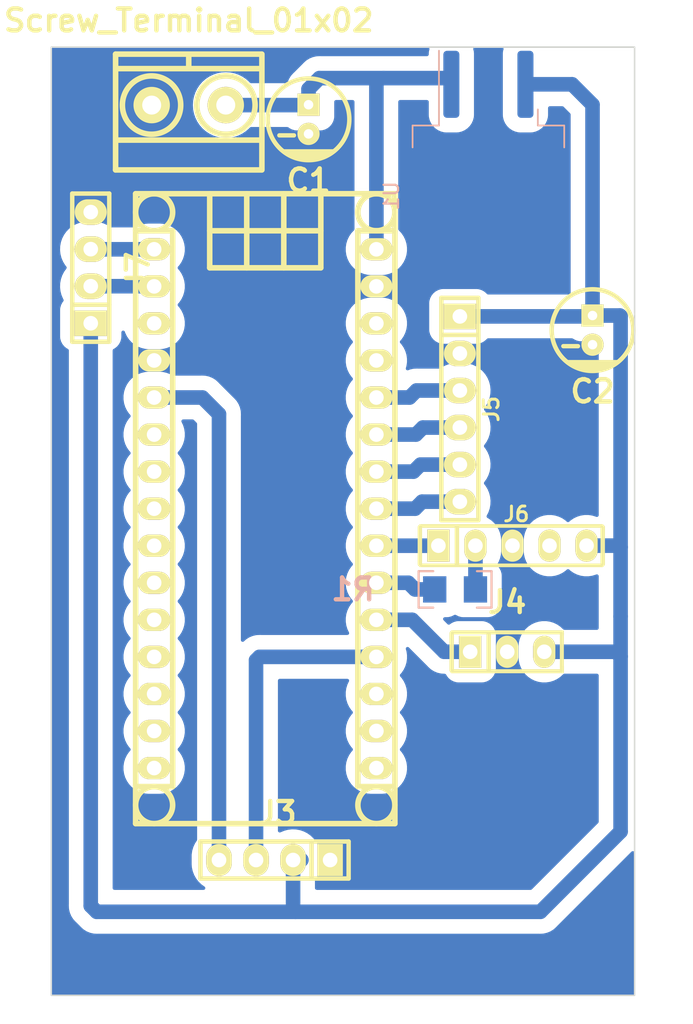
<source format=kicad_pcb>
(kicad_pcb (version 20221018) (generator pcbnew)
  (layers (0 "F.Cu" signal) (31 "B.Cu" signal) (34 "B.Paste" user) (35 "F.Paste" user) (36 "B.SilkS" user "B.Silkscreen") (37 "F.SilkS" user "F.Silkscreen") (38 "B.Mask" user) (39 "F.Mask" user) (44 "Edge.Cuts" user))
  (net 0 "")
  (net 1 "/TX_A")
  (net 2 "/RX_A")
  (net 4 "/DIGITAL")
  (net 11 "GND")
  (net 16 "/ANALOG")
  (net 17 "/SDA")
  (net 18 "/SCL")
  (net 19 "/CS")
  (net 20 "/MISO")
  (net 21 "/5V")
  (net 23 "unconnected-(J1-D10{slash}SS-Pad13)")
  (net 24 "unconnected-(J1-D11{slash}MOSI-Pad14)")
  (net 26 "/SAL_STEP")
  (net 28 "/ANEMO")
  (net 29 "/OUT")
  (net 30 "/EN")
  (net 31 "/3.3V")
  (net 32 "Net-(J6-Pin_2)")
  (footprint "EESTN5:Pin_Header_3" (layer "F.Cu") (at 62.25 64.45)
    (fp_text reference "J4" (at 0 -3.4) (layer "F.SilkS") (effects (font (size 1.5 1.5) (thickness 0.3))))
    (fp_text value "CONN_01X03" hide)
    (fp_line (start -3.81 -1.397) (end 3.81 -1.397) (stroke (width 0.15)) (layer "F.SilkS"))
    (fp_line (start -3.81 1.27) (end -3.81 -1.27) (stroke (width 0.3048)) (layer "F.SilkS"))
    (fp_line (start -1.27 -1.27) (end -1.27 1.27) (stroke (width 0.3048)) (layer "F.SilkS"))
    (fp_line (start 3.683 1.27) (end 3.683 -1.27) (stroke (width 0.15)) (layer "F.SilkS"))
    (fp_line (start 3.81 -1.397) (end 3.81 -1.143) (stroke (width 0.15)) (layer "F.SilkS"))
    (fp_line (start 3.81 -1.27) (end -3.81 -1.27) (stroke (width 0.15)) (layer "F.SilkS"))
    (fp_line (start 3.81 -1.27) (end 3.81 1.27) (stroke (width 0.15)) (layer "F.SilkS"))
    (fp_line (start 3.81 1.016) (end 3.81 1.397) (stroke (width 0.15)) (layer "F.SilkS"))
    (fp_line (start 3.81 1.27) (end -3.81 1.27) (stroke (width 0.15)) (layer "F.SilkS"))
    (fp_line (start 3.81 1.397) (end -3.81 1.397) (stroke (width 0.15)) (layer "F.SilkS"))
    (pad "1" thru_hole rect (at -2.54 0) (size 1.524 2.19964) (drill 1.00076) (layers "*.Cu" "*.Mask" "F.SilkS") (net 28 "/ANEMO"))
    (pad "2" thru_hole oval (at 0 0) (size 1.524 2.19964) (drill 1.00076) (layers "*.Cu" "*.Mask" "F.SilkS") (net 11 "GND"))
    (pad "3" thru_hole oval (at 2.54 0) (size 1.524 2.19964) (drill 1.00076) (layers "*.Cu" "*.Mask" "F.SilkS") (net 21 "/5V"))
  )
  (footprint "EESTN5:CAP_ELEC_5x11mm" (layer "F.Cu") (at 48.625 27.95 180)
    (fp_text reference "C1" (at 0 -4.2) (layer "F.SilkS") (effects (font (size 1.524 1.524) (thickness 0.3048))))
    (fp_text value "CAPAPOL" hide)
    (fp_line (start -1.7 -2.2) (end 1.7 -2.2) (stroke (width 0.3048)) (layer "F.SilkS"))
    (fp_line (start -1.3 -2.4) (end 1.3 -2.4) (stroke (width 0.3048)) (layer "F.SilkS"))
    (fp_line (start -0.8 -2.6) (end 0.8 -2.6) (stroke (width 0.3048)) (layer "F.SilkS"))
    (fp_line (start 1 -1.1) (end 2 -1.1) (stroke (width 0.3)) (layer "F.SilkS"))
    (fp_circle (center 0 0) (end 2.8 0) (stroke (width 0.3048)) (fill none) (layer "F.SilkS"))
    (pad "1" thru_hole rect (at 0 1 180) (size 1.524 1.524) (drill 0.65) (layers "*.Cu" "*.Mask" "F.SilkS") (net 26 "/SAL_STEP"))
    (pad "2" thru_hole circle (at 0 -1 180) (size 1.524 1.524) (drill 0.65) (layers "*.Cu" "*.Mask" "F.SilkS") (net 11 "GND"))
  )
  (footprint "EESTN5:arduino_nano_header" (layer "F.Cu") (at 45.6575 54.64 -90)
    (fp_text reference "J1" hide)
    (fp_text value "Arduino_Nano_Header" hide)
    (fp_line (start -21.59 -3.81) (end -16.51 -3.81) (stroke (width 0.381)) (layer "F.SilkS"))
    (fp_line (start -21.59 8.89) (end -21.59 -8.89) (stroke (width 0.381)) (layer "F.SilkS"))
    (fp_line (start -21.59 8.89) (end 21.59 8.89) (stroke (width 0.381)) (layer "F.SilkS"))
    (fp_line (start -19.05 -8.89) (end -19.05 -6.35) (stroke (width 0.381)) (layer "F.SilkS"))
    (fp_line (start -19.05 -3.81) (end -19.05 3.81) (stroke (width 0.381)) (layer "F.SilkS"))
    (fp_line (start -19.05 6.35) (end 19.05 6.35) (stroke (width 0.381)) (layer "F.SilkS"))
    (fp_line (start -19.05 8.89) (end -19.05 6.35) (stroke (width 0.381)) (layer "F.SilkS"))
    (fp_line (start -16.51 -3.81) (end -16.51 3.81) (stroke (width 0.381)) (layer "F.SilkS"))
    (fp_line (start -16.51 -1.27) (end -21.59 -1.27) (stroke (width 0.381)) (layer "F.SilkS"))
    (fp_line (start -16.51 1.27) (end -21.59 1.27) (stroke (width 0.381)) (layer "F.SilkS"))
    (fp_line (start -16.51 3.81) (end -21.59 3.81) (stroke (width 0.381)) (layer "F.SilkS"))
    (fp_line (start 19.05 -6.35) (end -19.05 -6.35) (stroke (width 0.381)) (layer "F.SilkS"))
    (fp_line (start 19.05 -6.35) (end 19.05 -8.89) (stroke (width 0.381)) (layer "F.SilkS"))
    (fp_line (start 19.05 8.89) (end 19.05 6.35) (stroke (width 0.381)) (layer "F.SilkS"))
    (fp_line (start 21.59 -8.89) (end -21.59 -8.89) (stroke (width 0.381)) (layer "F.SilkS"))
    (fp_line (start 21.59 8.89) (end 21.59 -8.89) (stroke (width 0.381)) (layer "F.SilkS"))
    (fp_circle (center -20.32 -7.62) (end -21.59 -7.62) (stroke (width 0.381)) (fill none) (layer "F.SilkS"))
    (fp_circle (center -20.32 7.62) (end -21.59 7.62) (stroke (width 0.381)) (fill none) (layer "F.SilkS"))
    (fp_circle (center 20.32 -7.62) (end 21.59 -7.62) (stroke (width 0.381)) (fill none) (layer "F.SilkS"))
    (fp_circle (center 20.32 7.62) (end 21.59 7.62) (stroke (width 0.381)) (fill none) (layer "F.SilkS"))
    (pad "1" thru_hole oval (at -17.78 7.62 270) (size 1.524 2.19964) (drill 1.00076) (layers "*.Cu" "*.Mask" "F.SilkS") (net 1 "/TX_A"))
    (pad "2" thru_hole oval (at -15.24 7.62 270) (size 1.524 2.19964) (drill 1.00076) (layers "*.Cu" "*.Mask" "F.SilkS") (net 2 "/RX_A"))
    (pad "3" thru_hole oval (at -12.7 7.62 270) (size 1.524 2.19964) (drill 1.00076) (layers "*.Cu" "*.Mask" "F.SilkS"))
    (pad "4" thru_hole oval (at -10.16 7.62 270) (size 1.524 2.19964) (drill 1.00076) (layers "*.Cu" "*.Mask" "F.SilkS") (net 11 "GND"))
    (pad "5" thru_hole oval (at -7.62 7.62 270) (size 1.524 2.19964) (drill 1.00076) (layers "*.Cu" "*.Mask" "F.SilkS") (net 4 "/DIGITAL"))
    (pad "6" thru_hole oval (at -5.08 7.62 270) (size 1.524 2.19964) (drill 1.00076) (layers "*.Cu" "*.Mask" "F.SilkS"))
    (pad "7" thru_hole oval (at -2.54 7.62 270) (size 1.524 2.19964) (drill 1.00076) (layers "*.Cu" "*.Mask" "F.SilkS"))
    (pad "8" thru_hole oval (at 0 7.62 270) (size 1.524 2.19964) (drill 1.00076) (layers "*.Cu" "*.Mask" "F.SilkS"))
    (pad "9" thru_hole oval (at 2.54 7.62 270) (size 1.524 2.19964) (drill 1.00076) (layers "*.Cu" "*.Mask" "F.SilkS"))
    (pad "10" thru_hole oval (at 5.08 7.62 270) (size 1.524 2.19964) (drill 1.00076) (layers "*.Cu" "*.Mask" "F.SilkS"))
    (pad "11" thru_hole oval (at 7.62 7.62 270) (size 1.524 2.19964) (drill 1.00076) (layers "*.Cu" "*.Mask" "F.SilkS"))
    (pad "12" thru_hole oval (at 10.16 7.62 270) (size 1.524 2.19964) (drill 1.00076) (layers "*.Cu" "*.Mask" "F.SilkS"))
    (pad "13" thru_hole oval (at 12.7 7.62 270) (size 1.524 2.19964) (drill 1.00076) (layers "*.Cu" "*.Mask" "F.SilkS") (net 23 "unconnected-(J1-D10{slash}SS-Pad13)"))
    (pad "14" thru_hole oval (at 15.24 7.62 270) (size 1.524 2.19964) (drill 1.00076) (layers "*.Cu" "*.Mask" "F.SilkS") (net 24 "unconnected-(J1-D11{slash}MOSI-Pad14)"))
    (pad "15" thru_hole oval (at 17.78 7.62 270) (size 1.524 2.19964) (drill 1.00076) (layers "*.Cu" "*.Mask" "F.SilkS"))
    (pad "16" thru_hole oval (at 17.78 -7.62 270) (size 1.524 2.19964) (drill 1.00076) (layers "*.Cu" "*.Mask" "F.SilkS"))
    (pad "17" thru_hole oval (at 15.24 -7.62 270) (size 1.524 2.19964) (drill 1.00076) (layers "*.Cu" "*.Mask" "F.SilkS"))
    (pad "18" thru_hole oval (at 12.7 -7.62 270) (size 1.524 2.19964) (drill 1.00076) (layers "*.Cu" "*.Mask" "F.SilkS"))
    (pad "19" thru_hole oval (at 10.16 -7.62 270) (size 1.524 2.19964) (drill 1.00076) (layers "*.Cu" "*.Mask" "F.SilkS") (net 16 "/ANALOG"))
    (pad "20" thru_hole oval (at 7.62 -7.62 270) (size 1.524 2.1971) (drill 1.00076) (layers "*.Cu" "*.Mask" "F.SilkS") (net 28 "/ANEMO"))
    (pad "21" thru_hole oval (at 5.08 -7.62 270) (size 1.524 2.1971) (drill 1.00076) (layers "*.Cu" "*.Mask" "F.SilkS") (net 29 "/OUT"))
    (pad "22" thru_hole oval (at 2.54 -7.62 270) (size 1.524 2.1971) (drill 1.00076) (layers "*.Cu" "*.Mask" "F.SilkS") (net 30 "/EN"))
    (pad "23" thru_hole oval (at 0 -7.62 270) (size 1.524 2.1971) (drill 1.00076) (layers "*.Cu" "*.Mask" "F.SilkS") (net 17 "/SDA"))
    (pad "24" thru_hole oval (at -2.54 -7.62 270) (size 1.524 2.1971) (drill 0.99822) (layers "*.Cu" "*.Mask" "F.SilkS") (net 18 "/SCL"))
    (pad "25" thru_hole oval (at -5.08 -7.62 270) (size 1.524 2.1971) (drill 0.99822) (layers "*.Cu" "*.Mask" "F.SilkS") (net 19 "/CS"))
    (pad "26" thru_hole oval (at -7.62 -7.62 270) (size 1.524 2.1971) (drill 0.99822) (layers "*.Cu" "*.Mask" "F.SilkS") (net 20 "/MISO"))
    (pad "27" thru_hole oval (at -10.16 -7.62 270) (size 1.524 2.1971) (drill 0.99822) (layers "*.Cu" "*.Mask" "F.SilkS"))
    (pad "28" thru_hole oval (at -12.7 -7.62 270) (size 1.524 2.1971) (drill 0.99822) (layers "*.Cu" "*.Mask" "F.SilkS"))
    (pad "29" thru_hole oval (at -15.24 -7.62 270) (size 1.524 2.1971) (drill 0.99822) (layers "*.Cu" "*.Mask" "F.SilkS") (net 11 "GND"))
    (pad "30" thru_hole oval (at -17.78 -7.62 270) (size 1.524 2.1971) (drill 0.99822) (layers "*.Cu" "*.Mask" "F.SilkS") (net 26 "/SAL_STEP"))
  )
  (footprint "EESTN5:pin_strip_6" (layer "F.Cu") (at 59.0025 47.81 -90)
    (fp_text reference "J5" (at 0 -2.159 90) (layer "F.SilkS") (effects (font (size 1.016 1.016) (thickness 0.2032))))
    (fp_text value "bme280" hide)
    (fp_line (start -7.62 -1.27) (end 7.62 -1.27) (stroke (width 0.3048)) (layer "F.SilkS"))
    (fp_line (start -7.62 1.27) (end -7.62 -1.27) (stroke (width 0.3048)) (layer "F.SilkS"))
    (fp_line (start -5.08 -1.27) (end -5.08 1.27) (stroke (width 0.3048)) (layer "F.SilkS"))
    (fp_line (start 7.62 -1.27) (end 7.62 1.27) (stroke (width 0.3048)) (layer "F.SilkS"))
    (fp_line (start 7.62 1.27) (end -7.62 1.27) (stroke (width 0.3048)) (layer "F.SilkS"))
    (pad "1" thru_hole rect (at -6.35 0 270) (size 1.75 2.19964) (drill 1.00076) (layers "*.Cu" "*.Mask" "F.SilkS") (net 21 "/5V"))
    (pad "2" thru_hole oval (at -3.81 0 270) (size 1.75 2.19964) (drill 1.00076) (layers "*.Cu" "*.Mask" "F.SilkS") (net 11 "GND"))
    (pad "3" thru_hole oval (at -1.27 0 270) (size 1.75 2.19964) (drill 1.00076) (layers "*.Cu" "*.Mask" "F.SilkS") (net 17 "/SDA"))
    (pad "4" thru_hole oval (at 1.27 0 270) (size 1.75 2.19964) (drill 1.00076) (layers "*.Cu" "*.Mask" "F.SilkS") (net 18 "/SCL"))
    (pad "5" thru_hole oval (at 3.81 0 270) (size 1.75 2.19964) (drill 1.00076) (layers "*.Cu" "*.Mask" "F.SilkS") (net 19 "/CS"))
    (pad "6" thru_hole oval (at 6.35 0 270) (size 1.75 2.19964) (drill 1.00076) (layers "*.Cu" "*.Mask" "F.SilkS") (net 20 "/MISO"))
  )
  (footprint "EESTN5:Pin_Header_5" (layer "F.Cu") (at 62.61 57.175)
    (fp_text reference "J6" (at 0.27 -2.159) (layer "F.SilkS") (effects (font (size 1.016 1.016) (thickness 0.2032))))
    (fp_text value "Conn_01x05" hide)
    (fp_line (start -6.35 1.27) (end -6.35 -1.27) (stroke (width 0.3048)) (layer "F.SilkS"))
    (fp_line (start -6.33 -1.4) (end 6.17 -1.4) (stroke (width 0.15)) (layer "F.SilkS"))
    (fp_line (start -3.81 -1.27) (end -3.81 1.27) (stroke (width 0.3048)) (layer "F.SilkS"))
    (fp_line (start 6.17 -1.3) (end -6.23 -1.3) (stroke (width 0.15)) (layer "F.SilkS"))
    (fp_line (start 6.17 1.3) (end -6.33 1.3) (stroke (width 0.15)) (layer "F.SilkS"))
    (fp_line (start 6.17 1.4) (end -6.33 1.4) (stroke (width 0.15)) (layer "F.SilkS"))
    (fp_line (start 6.19 -1.27) (end 6.19 1.27) (stroke (width 0.3048)) (layer "F.SilkS"))
    (pad "1" thru_hole rect (at -5.08 0) (size 1.524 2.19964) (drill 1.00076) (layers "*.Cu" "*.Mask" "F.SilkS") (net 30 "/EN"))
    (pad "2" thru_hole oval (at -2.54 0) (size 1.524 2.19964) (drill 1.00076) (layers "*.Cu" "*.Mask" "F.SilkS") (net 32 "Net-(J6-Pin_2)"))
    (pad "3" thru_hole oval (at 0 0) (size 1.524 2.19964) (drill 1.00076) (layers "*.Cu" "*.Mask" "F.SilkS") (net 11 "GND"))
    (pad "4" thru_hole oval (at 2.54 0) (size 1.524 2.19964) (drill 1.00076) (layers "*.Cu" "*.Mask" "F.SilkS") (net 31 "/3.3V"))
    (pad "5" thru_hole oval (at 5.08 0) (size 1.524 2.19964) (drill 1.00076) (layers "*.Cu" "*.Mask" "F.SilkS") (net 21 "/5V"))
  )
  (footprint "EESTN5:CAP_ELEC_5x11mm" (layer "F.Cu") (at 68.1 42.4 180)
    (fp_text reference "C2" (at 0 -4.2) (layer "F.SilkS") (effects (font (size 1.524 1.524) (thickness 0.3048))))
    (fp_text value "CAPAPOL" hide)
    (fp_line (start -1.7 -2.2) (end 1.7 -2.2) (stroke (width 0.3048)) (layer "F.SilkS"))
    (fp_line (start -1.3 -2.4) (end 1.3 -2.4) (stroke (width 0.3048)) (layer "F.SilkS"))
    (fp_line (start -0.8 -2.6) (end 0.8 -2.6) (stroke (width 0.3048)) (layer "F.SilkS"))
    (fp_line (start 1 -1.1) (end 2 -1.1) (stroke (width 0.3)) (layer "F.SilkS"))
    (fp_circle (center 0 0) (end 2.8 0) (stroke (width 0.3048)) (fill none) (layer "F.SilkS"))
    (pad "1" thru_hole rect (at 0 1 180) (size 1.524 1.524) (drill 0.65) (layers "*.Cu" "*.Mask" "F.SilkS") (net 21 "/5V"))
    (pad "2" thru_hole circle (at 0 -1 180) (size 1.524 1.524) (drill 0.65) (layers "*.Cu" "*.Mask" "F.SilkS") (net 11 "GND"))
  )
  (footprint "EESTN5:BORNERA2_AZUL" (layer "F.Cu") (at 40.41 26.975 180)
    (fp_text reference "J2" hide)
    (fp_text value "Screw_Terminal_01x02" (at 0 5.8) (layer "F.SilkS") (effects (font (size 1.5 1.5) (thickness 0.3))))
    (fp_line (start -5.0165 -4.445) (end -5.0165 3.4925) (stroke (width 0.381)) (layer "F.SilkS"))
    (fp_line (start -5 -2.4) (end 5 -2.4) (stroke (width 0.381)) (layer "F.SilkS"))
    (fp_line (start -5 2.5) (end 5 2.5) (stroke (width 0.381)) (layer "F.SilkS"))
    (fp_line (start -4.9835 3.4925) (end 5.0165 3.4925) (stroke (width 0.381)) (layer "F.SilkS"))
    (fp_line (start 0 2.54) (end 0 3.4845) (stroke (width 0.381)) (layer "F.SilkS"))
    (fp_line (start 5.0165 -4.445) (end -4.9835 -4.445) (stroke (width 0.381)) (layer "F.SilkS"))
    (fp_line (start 5.0165 3.4925) (end 5.0165 -4.445) (stroke (width 0.381)) (layer "F.SilkS"))
    (fp_circle (center -2.55 0) (end -0.55 0) (stroke (width 0.381)) (fill none) (layer "F.SilkS"))
    (fp_circle (center 2.55 0) (end 0.55 0) (stroke (width 0.381)) (fill none) (layer "F.SilkS"))
    (pad "1" thru_hole circle (at -2.54 0 180) (size 2.5 2.5) (drill 1.3) (layers "*.Cu" "*.Mask" "F.SilkS") (net 26 "/SAL_STEP"))
    (pad "2" thru_hole circle (at 2.54 0 180) (size 2.5 2.5) (drill 1.3) (layers "*.Cu" "*.Mask" "F.SilkS") (net 11 "GND"))
  )
  (footprint "EESTN5:pin_strip_4" (layer "F.Cu") (at 46.295 78.725 180)
    (fp_text reference "J3" (at -0.2032 3.2258) (layer "F.SilkS") (effects (font (size 1.5 1.5) (thickness 0.3))))
    (fp_text value "MQ2" hide)
    (fp_line (start -5.08 -1.27) (end 5.08 -1.27) (stroke (width 0.3048)) (layer "F.SilkS"))
    (fp_line (start -5.08 1.27) (end -5.08 -1.27) (stroke (width 0.3048)) (layer "F.SilkS"))
    (fp_line (start -2.54 -1.27) (end -2.54 1.27) (stroke (width 0.3048)) (layer "F.SilkS"))
    (fp_line (start 5.08 -1.27) (end 5.08 1.27) (stroke (width 0.3048)) (layer "F.SilkS"))
    (fp_line (start 5.08 1.27) (end -5.08 1.27) (stroke (width 0.3048)) (layer "F.SilkS"))
    (pad "1" thru_hole rect (at -3.81 0 180) (size 1.75 2.2) (drill 1.00076) (layers "*.Cu" "*.Mask" "F.SilkS") (net 11 "GND"))
    (pad "2" thru_hole oval (at -1.27 0 180) (size 1.75 2.2) (drill 1.00076) (layers "*.Cu" "*.Mask" "F.SilkS") (net 21 "/5V"))
    (pad "3" thru_hole oval (at 1.27 0 180) (size 1.75 2.2) (drill 1.00076) (layers "*.Cu" "*.Mask" "F.SilkS") (net 16 "/ANALOG"))
    (pad "4" thru_hole oval (at 3.81 0 180) (size 1.75 2.2) (drill 1.00076) (layers "*.Cu" "*.Mask" "F.SilkS") (net 4 "/DIGITAL"))
  )
  (footprint "EESTN5:pin_strip_4" (layer "F.Cu") (at 33.69 38.12 90)
    (fp_text reference "J7" (at -0.2032 3.2258 90) (layer "F.SilkS") (effects (font (size 1.5 1.5) (thickness 0.3))))
    (fp_text value "Conn_01x04" hide)
    (fp_line (start -5.08 -1.27) (end 5.08 -1.27) (stroke (width 0.3048)) (layer "F.SilkS"))
    (fp_line (start -5.08 1.27) (end -5.08 -1.27) (stroke (width 0.3048)) (layer "F.SilkS"))
    (fp_line (start -2.54 -1.27) (end -2.54 1.27) (stroke (width 0.3048)) (layer "F.SilkS"))
    (fp_line (start 5.08 -1.27) (end 5.08 1.27) (stroke (width 0.3048)) (layer "F.SilkS"))
    (fp_line (start 5.08 1.27) (end -5.08 1.27) (stroke (width 0.3048)) (layer "F.SilkS"))
    (pad "1" thru_hole rect (at -3.81 0 90) (size 1.75 2.2) (drill 1.00076) (layers "*.Cu" "*.Mask" "F.SilkS") (net 21 "/5V"))
    (pad "2" thru_hole oval (at -1.27 0 90) (size 1.75 2.2) (drill 1.00076) (layers "*.Cu" "*.Mask" "F.SilkS") (net 2 "/RX_A"))
    (pad "3" thru_hole oval (at 1.27 0 90) (size 1.75 2.2) (drill 1.00076) (layers "*.Cu" "*.Mask" "F.SilkS") (net 1 "/TX_A"))
    (pad "4" thru_hole oval (at 3.81 0 90) (size 1.75 2.2) (drill 1.00076) (layers "*.Cu" "*.Mask" "F.SilkS") (net 11 "GND"))
  )
  (footprint "Package_TO_SOT_SMD:TO-263-2" (layer "B.Cu") (at 60.96 33.2 -90)
    (fp_text reference "U1" (at 0 6.65 90) (layer "B.SilkS") (effects (justify mirror)))
    (fp_text value "L7805")
    (fp_line (start -4.825 -5.2) (end -4.825 -3.39) (stroke (width 0.12)) (layer "B.SilkS"))
    (fp_line (start -4.825 -3.39) (end -5.925 -3.39) (stroke (width 0.12)) (layer "B.SilkS"))
    (fp_line (start -4.825 3.39) (end -9.95 3.39) (stroke (width 0.12)) (layer "B.SilkS"))
    (fp_line (start -4.825 5.2) (end -4.825 3.39) (stroke (width 0.12)) (layer "B.SilkS"))
    (fp_line (start -3.325 -5.2) (end -4.825 -5.2) (stroke (width 0.12)) (layer "B.SilkS"))
    (fp_line (start -3.325 5.2) (end -4.825 5.2) (stroke (width 0.12)) (layer "B.SilkS"))
    (pad "1" smd roundrect (at -7.65 2.54 270) (size 4.6 1.1) (layers "B.Cu" "B.Paste" "B.Mask") (roundrect_rratio 0.2272727273) (net 26 "/SAL_STEP"))
    (pad "2" smd roundrect (at -0.925 -2.775 270) (size 4.55 5.25) (layers "B.Cu" "B.Paste") (roundrect_rratio 0.05494505495) (net 11 "GND"))
    (pad "2" smd roundrect (at -0.925 2.775 270) (size 4.55 5.25) (layers "B.Cu" "B.Paste") (roundrect_rratio 0.05494505495) (net 11 "GND"))
    (pad "2" smd roundrect (at 1.5 0 270) (size 9.4 10.8) (layers "B.Cu" "B.Mask") (roundrect_rratio 0.02659595745) (net 11 "GND"))
    (pad "2" smd roundrect (at 3.925 -2.775 270) (size 4.55 5.25) (layers "B.Cu" "B.Paste") (roundrect_rratio 0.05494505495) (net 11 "GND"))
    (pad "2" smd roundrect (at 3.925 2.775 270) (size 4.55 5.25) (layers "B.Cu" "B.Paste") (roundrect_rratio 0.05494505495) (net 11 "GND"))
    (pad "3" smd roundrect (at -7.65 -2.54 270) (size 4.6 1.1) (layers "B.Cu" "B.Paste" "B.Mask") (roundrect_rratio 0.2272727273) (net 21 "/5V"))
  )
  (footprint "EESTN5:R_1206" (layer "B.Cu") (at 58.675 60.175)
    (fp_text reference "R1" (at -7 0) (layer "B.SilkS") (effects (font (size 1.5 1.5) (thickness 0.3)) (justify mirror)))
    (fp_text value "R" hide)
    (fp_line (start -2.5 -1.25) (end -1.5 -1.25) (stroke (width 0.15)) (layer "B.SilkS"))
    (fp_line (start -2.5 1.25) (end -2.5 -1.25) (stroke (width 0.15)) (layer "B.SilkS"))
    (fp_line (start -1.5 1.25) (end -2.5 1.25) (stroke (width 0.15)) (layer "B.SilkS"))
    (fp_line (start 1.5 -1.25) (end 2.5 -1.25) (stroke (width 0.15)) (layer "B.SilkS"))
    (fp_line (start 1.5 1.25) (end 2.5 1.25) (stroke (width 0.15)) (layer "B.SilkS"))
    (fp_line (start 2.5 -1.25) (end 2.5 1.25) (stroke (width 0.15)) (layer "B.SilkS"))
    (pad "1" smd rect (at 1.397 0) (size 1.6002 1.8034) (layers "B.Cu" "B.Paste" "B.Mask") (net 32 "Net-(J6-Pin_2)"))
    (pad "2" smd rect (at -1.397 0) (size 1.6002 1.8034) (layers "B.Cu" "B.Paste" "B.Mask") (net 29 "/OUT"))
  )
  (gr_rect (start 30.985 23) (end 70.985 88) (stroke (width 0.1)) (fill none) (layer "Edge.Cuts"))
  (segment (start 38.0375 36.86) (end 33.7 36.86) (width 1) (layer "B.Cu") (net 1))
  (segment (start 33.7 36.86) (end 33.69 36.85) (width 0.25) (layer "B.Cu") (net 1))
  (segment (start 38.0275 39.39) (end 33.71 39.39) (width 1) (layer "B.Cu") (net 2))
  (segment (start 33.71 39.39) (end 33.7 39.4) (width 1) (layer "B.Cu") (net 2))
  (segment (start 38.0375 39.4) (end 38.0275 39.39) (width 1) (layer "B.Cu") (net 2))
  (segment (start 33.7 39.4) (end 33.69 39.39) (width 0.25) (layer "B.Cu") (net 2))
  (segment (start 42.485 48.16) (end 41.345 47.02) (width 1) (layer "B.Cu") (net 4))
  (segment (start 41.345 47.02) (end 38.0375 47.02) (width 1) (layer "B.Cu") (net 4))
  (segment (start 42.485 78.725) (end 42.485 48.16) (width 1) (layer "B.Cu") (net 4))
  (segment (start 53.2975 64.82) (end 53.2775 64.8) (width 1) (layer "B.Cu") (net 16))
  (segment (start 45.025 65.0325) (end 45.2575 64.8) (width 1) (layer "B.Cu") (net 16))
  (segment (start 45.025 78.725) (end 45.025 65.0325) (width 1) (layer "B.Cu") (net 16))
  (segment (start 45.2575 64.8) (end 53.2775 64.8) (width 1) (layer "B.Cu") (net 16))
  (segment (start 55.5525 47.02) (end 56.0325 46.54) (width 1) (layer "B.Cu") (net 17))
  (segment (start 53.2775 47.02) (end 55.5525 47.02) (width 1) (layer "B.Cu") (net 17))
  (segment (start 56.0325 46.54) (end 59.0025 46.54) (width 1) (layer "B.Cu") (net 17))
  (segment (start 55.9875 49.56) (end 56.4675 49.08) (width 1) (layer "B.Cu") (net 18))
  (segment (start 53.2775 49.56) (end 55.9875 49.56) (width 1) (layer "B.Cu") (net 18))
  (segment (start 56.4675 49.08) (end 59.0025 49.08) (width 1) (layer "B.Cu") (net 18))
  (segment (start 53.2775 52.1) (end 55.8225 52.1) (width 1) (layer "B.Cu") (net 19))
  (segment (start 56.3025 51.62) (end 59.0025 51.62) (width 1) (layer "B.Cu") (net 19))
  (segment (start 55.8225 52.1) (end 56.3025 51.62) (width 1) (layer "B.Cu") (net 19))
  (segment (start 53.2775 54.64) (end 55.9325 54.64) (width 1) (layer "B.Cu") (net 20))
  (segment (start 55.9325 54.64) (end 56.4125 54.16) (width 1) (layer "B.Cu") (net 20))
  (segment (start 56.4125 54.16) (end 59.0025 54.16) (width 1) (layer "B.Cu") (net 20))
  (segment (start 63.5 25.55) (end 66.7 25.55) (width 1) (layer "B.Cu") (net 21))
  (segment (start 34.1 82.275) (end 33.69 81.865) (width 1) (layer "B.Cu") (net 21))
  (segment (start 70.025 57.275) (end 70.025 62.025) (width 1) (layer "B.Cu") (net 21))
  (segment (start 70.025 64.775) (end 70.025 76.775) (width 1) (layer "B.Cu") (net 21))
  (segment (start 70.025 41.45) (end 70.025 57.275) (width 1) (layer "B.Cu") (net 21))
  (segment (start 47.565 82.115) (end 47.725 82.275) (width 1) (layer "B.Cu") (net 21))
  (segment (start 64.525 82.275) (end 47.725 82.275) (width 1) (layer "B.Cu") (net 21))
  (segment (start 47.565 78.725) (end 47.565 82.115) (width 1) (layer "B.Cu") (net 21))
  (segment (start 68.1 26.95) (end 68.1 41.4) (width 1) (layer "B.Cu") (net 21))
  (segment (start 70.025 76.775) (end 64.525 82.275) (width 1) (layer "B.Cu") (net 21))
  (segment (start 66.7 25.55) (end 68.1 26.95) (width 1) (layer "B.Cu") (net 21))
  (segment (start 69.975 41.4) (end 70.025 41.45) (width 1) (layer "B.Cu") (net 21))
  (segment (start 64.79 64.45) (end 69.7 64.45) (width 1) (layer "B.Cu") (net 21))
  (segment (start 59.0025 41.46) (end 68.04 41.46) (width 1) (layer "B.Cu") (net 21))
  (segment (start 70.025 62.025) (end 70.025 64.775) (width 1) (layer "B.Cu") (net 21))
  (segment (start 47.725 82.275) (end 34.1 82.275) (width 1) (layer "B.Cu") (net 21))
  (segment (start 68.04 41.46) (end 68.1 41.4) (width 1) (layer "B.Cu") (net 21))
  (segment (start 33.69 81.865) (end 33.69 41.93) (width 1) (layer "B.Cu") (net 21))
  (segment (start 69.925 57.175) (end 70.025 57.275) (width 1) (layer "B.Cu") (net 21))
  (segment (start 68.1 41.4) (end 69.975 41.4) (width 1) (layer "B.Cu") (net 21))
  (segment (start 67.69 57.175) (end 69.925 57.175) (width 1) (layer "B.Cu") (net 21))
  (segment (start 48.1175 78.74) (end 48.1375 78.72) (width 1) (layer "B.Cu") (net 21))
  (segment (start 69.7 64.45) (end 70.025 64.775) (width 1) (layer "B.Cu") (net 21))
  (segment (start 38.0225 67.325) (end 38.0375 67.34) (width 1) (layer "B.Cu") (net 23))
  (segment (start 38.0225 69.865) (end 38.0375 69.88) (width 1) (layer "B.Cu") (net 24))
  (segment (start 42.95 26.975) (end 48.6 26.975) (width 1) (layer "B.Cu") (net 26))
  (segment (start 48.6 26.975) (end 48.625 26.95) (width 1) (layer "B.Cu") (net 26))
  (segment (start 49.375 25.125) (end 48.625 25.875) (width 1) (layer "B.Cu") (net 26))
  (segment (start 53.2775 36.86) (end 53.2775 25.6275) (width 1) (layer "B.Cu") (net 26))
  (segment (start 53.78 25.125) (end 49.375 25.125) (width 1) (layer "B.Cu") (net 26))
  (segment (start 48.625 25.875) (end 48.625 26.95) (width 1) (layer "B.Cu") (net 26))
  (segment (start 53.2775 25.6275) (end 53.78 25.125) (width 0.25) (layer "B.Cu") (net 26))
  (segment (start 57.995 25.125) (end 53.78 25.125) (width 1) (layer "B.Cu") (net 26))
  (segment (start 57.925 64.45) (end 59.71 64.45) (width 1) (layer "B.Cu") (net 28))
  (segment (start 55.735 62.26) (end 57.925 64.45) (width 1) (layer "B.Cu") (net 28))
  (segment (start 53.2775 62.26) (end 55.735 62.26) (width 1) (layer "B.Cu") (net 28))
  (segment (start 55.47 59.72) (end 55.925 60.175) (width 1) (layer "B.Cu") (net 29))
  (segment (start 53.2775 59.72) (end 55.47 59.72) (width 1) (layer "B.Cu") (net 29))
  (segment (start 55.925 60.175) (end 57.278 60.175) (width 1) (layer "B.Cu") (net 29))
  (segment (start 53.2775 57.18) (end 57.525 57.18) (width 1) (layer "B.Cu") (net 30))
  (segment (start 57.525 57.18) (end 57.53 57.175) (width 1) (layer "B.Cu") (net 30))
  (segment (start 60.072 57.177) (end 60.07 57.175) (width 1) (layer "B.Cu") (net 32))
  (segment (start 60.072 60.175) (end 60.072 57.177) (width 1) (layer "B.Cu") (net 32))
  (zone (net 11) (net_name "GND") (layer "B.Cu") (connect_pads yes (clearance 1)) (min_thickness 0.25) (fill yes (thermal_gap 0.5) (thermal_bridge_width 0.5))
    (polygon (pts (xy 30 20) (xy 75 20) (xy 75 90) (xy 30 90)))
  )
)
</source>
